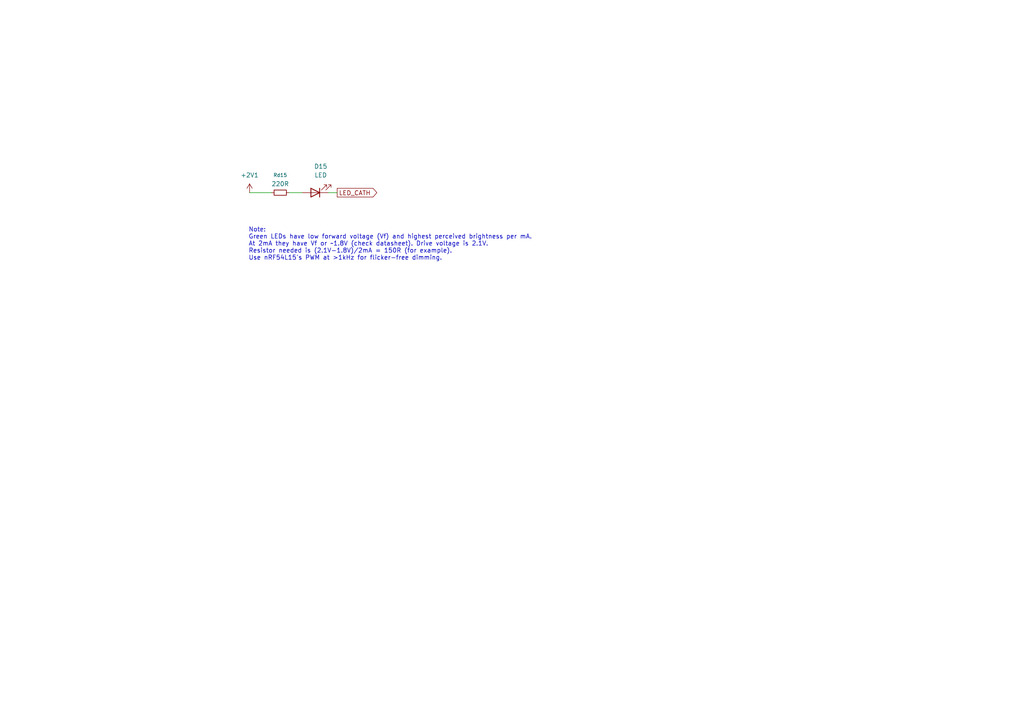
<source format=kicad_sch>
(kicad_sch (version 20250114) (generator "eeschema") (generator_version "9.0")
  (paper "A4")
  (lib_symbols
    (symbol "Device:LED" (pin_numbers (hide yes)) (pin_names (offset 1.016) (hide yes))
      (property "Reference" "D" (at 0 2.54 0))
      (property "Value" "LED" (at 0 -2.54 0))
      (symbol "LED_0_1"
        (polyline (pts (xy -3.048 -0.762) (xy -4.572 -2.286) (xy -3.81 -2.286) (xy -4.572 -2.286) (xy -4.572 -1.524)))
        (polyline (pts (xy -1.778 -0.762) (xy -3.302 -2.286) (xy -2.54 -2.286) (xy -3.302 -2.286) (xy -3.302 -1.524)))
        (polyline (pts (xy -1.27 0) (xy 1.27 0)))
        (polyline (pts (xy -1.27 -1.27) (xy -1.27 1.27)) (stroke (width 0.254)))
        (polyline (pts (xy 1.27 -1.27) (xy 1.27 1.27) (xy -1.27 0) (xy 1.27 -1.27)) (stroke (width 0.254)))
      )
      (symbol "LED_1_1"
        (pin passive line (at -3.81 0 0) (length 2.54) (name "K") (number "1"))
        (pin passive line (at 3.81 0 180) (length 2.54) (name "A") (number "2"))
      )
    )
    (symbol "Device:R_Small" (pin_numbers (hide yes)) (pin_names (offset 0.254) (hide yes))
      (property "Reference" "R" (at 0 0 90))
      (property "Value" "R_Small" (at 1.778 0 90))
      (symbol "R_Small_0_1"
        (rectangle (start -0.762 1.778) (end 0.762 -1.778) (stroke (width 0.2032)))
      )
      (symbol "R_Small_1_1"
        (pin passive line (at 0 2.54 270) (length 0.762) (name "~") (number "1"))
        (pin passive line (at 0 -2.54 90) (length 0.762) (name "~") (number "2"))
      )
    )
    (symbol "tmr-lib:+2V1" (power) (pin_numbers (hide yes)) (pin_names (offset 0) (hide yes))
      (property "Value" "+2V1" (at 0 3.556 0))
      (symbol "+2V1_0_1"
        (polyline (pts (xy -0.762 1.27) (xy 0 2.54)))
        (polyline (pts (xy 0 2.54) (xy 0.762 1.27)))
        (polyline (pts (xy 0 0) (xy 0 2.54)))
      )
      (symbol "+2V1_1_1"
        (pin power_in line (at 0 0 90) (length 0) (name "~") (number "1"))
      )
    )
  )
  (text_box "Note:\nGreen LEDs have low forward voltage (Vf) and highest perceived brightness per mA. \nAt 2mA they have Vf or ~1.8V (check datasheet). Drive voltage is 2.1V.\nResistor needed is (2.1V-1.8V)/2mA = 150R (for example).\nUse nRF54L15's PWM at >1kHz for flicker-free dimming." (at 71.12 64.77 0) (size 90.17 17.78) (margins 0.9525 0.9525 0.9525 0.9525) (stroke (width -0.0001)) (effects (font (size 1.27 1.27)) (justify left top)))
  (wire (pts (xy 95.25 55.88) (xy 97.79 55.88)))
  (wire (pts (xy 83.82 55.88) (xy 87.63 55.88)))
  (wire (pts (xy 72.39 55.88) (xy 78.74 55.88)))
  (global_label "LED_CATH" (shape output) (at 97.79 55.88 0) (property "Intersheetrefs" "${INTERSHEET_REFS}" (effects (hide yes))))
  (symbol (lib_id "tmr-lib:+2V1") (at 72.39 55.88 0) (unit 1)
    (property "Reference" "#PWR0106" (effects (hide yes)))
    (property "Value" "+2V1" (at 72.39 50.8 0))
    (property "Description" "Power symbol creates a global label with name \"+2V5\"" (effects (hide yes)))
    (instances (project "pcb" (path "" (reference "#PWR0206") (unit 1)) (path "" (reference "#PWR0240") (unit 1)) (path "" (reference "#PWR0249") (unit 1)) (path "" (reference "#PWR0216") (unit 1)) (path "" (reference "#PWR0199") (unit 1)) (path "" (reference "#PWR0213") (unit 1)) (path "" (reference "#PWR0207") (unit 1)) (path "" (reference "#PWR0227") (unit 1)) (path "" (reference "#PWR0205") (unit 1)) (path "" (reference "#PWR0196") (unit 1)) (path "" (reference "#PWR0252") (unit 1)) (path "" (reference "#PWR0233") (unit 1)) (path "" (reference "#PWR0237") (unit 1)) (path "" (reference "#PWR0230") (unit 1)) (path "" (reference "#PWR0250") (unit 1)) (path "" (reference "#PWR0210") (unit 1)) (path "" (reference "#PWR0255") (unit 1)) (path "" (reference "#PWR0202") (unit 1)) (path "" (reference "#PWR0244") (unit 1)) (path "" (reference "#PWR0217") (unit 1)) (path "" (reference "#PWR0201") (unit 1)) (path "" (reference "#PWR0232") (unit 1)) (path "" (reference "#PWR0261") (unit 1)) (path "" (reference "#PWR0239") (unit 1)) (path "" (reference "#PWR0258") (unit 1)) (path "" (reference "#PWR0208") (unit 1)) (path "" (reference "#PWR0248") (unit 1)) (path "" (reference "#PWR0200") (unit 1)) (path "" (reference "#PWR0215") (unit 1)) (path "" (reference "#PWR0256") (unit 1)) (path "" (reference "#PWR0218") (unit 1)) (path "" (reference "#PWR0236") (unit 1)) (path "" (reference "#PWR0245") (unit 1)) (path "" (reference "#PWR0247") (unit 1)) (path "" (reference "#PWR0221") (unit 1)) (path "" (reference "#PWR0260") (unit 1)) (path "" (reference "#PWR0251") (unit 1)) (path "" (reference "#PWR0229") (unit 1)) (path "" (reference "#PWR0106") (unit 1)) (path "" (reference "#PWR0212") (unit 1)) (path "" (reference "#PWR0197") (unit 1)) (path "" (reference "#PWR0231") (unit 1)) (path "" (reference "#PWR0243") (unit 1)) (path "" (reference "#PWR0195") (unit 1)) (path "" (reference "#PWR0259") (unit 1)) (path "" (reference "#PWR0223") (unit 1)) (path "" (reference "#PWR0167") (unit 1)) (path "" (reference "#PWR0253") (unit 1)) (path "" (reference "#PWR0238") (unit 1)) (path "" (reference "#PWR0225") (unit 1)) (path "" (reference "#PWR0209") (unit 1)) (path "" (reference "#PWR0234") (unit 1)) (path "" (reference "#PWR0246") (unit 1)) (path "" (reference "#PWR0263") (unit 1)) (path "" (reference "#PWR0211") (unit 1)) (path "" (reference "#PWR0235") (unit 1)) (path "" (reference "#PWR0198") (unit 1)) (path "" (reference "#PWR0254") (unit 1)) (path "" (reference "#PWR0224") (unit 1)) (path "" (reference "#PWR0220") (unit 1)) (path "" (reference "#PWR0262") (unit 1)) (path "" (reference "#PWR0242") (unit 1)) (path "" (reference "#PWR0222") (unit 1)) (path "" (reference "#PWR0241") (unit 1)) (path "" (reference "#PWR0204") (unit 1)) (path "" (reference "#PWR0203") (unit 1)) (path "" (reference "#PWR0226") (unit 1)) (path "" (reference "#PWR0214") (unit 1)) (path "" (reference "#PWR0257") (unit 1)) (path "" (reference "#PWR0228") (unit 1)) (path "" (reference "#PWR0192") (unit 1)) (path "" (reference "#PWR0219") (unit 1))))
  )
  (symbol (lib_id "Device:LED") (at 91.44 55.88 180) (unit 1)
    (property "Reference" "D1" (at 93.0275 48.26 0))
    (property "Value" "LED" (at 93.0275 50.8 0))
    (property "Footprint" "tmr-lib:LED_1206_3216Metric_ReverseMount_Hole2.1mm" (effects (hide yes)))
    (property "Description" "Light emitting diode" (effects (hide yes)))
    (property "Sim.Pins" "1=K 2=A" (effects (hide yes)))
    (instances (project "pcb" (path "" (reference "D15") (unit 1)) (path "" (reference "D49") (unit 1)) (path "" (reference "D58") (unit 1)) (path "" (reference "D25") (unit 1)) (path "" (reference "D8") (unit 1)) (path "" (reference "D22") (unit 1)) (path "" (reference "D16") (unit 1)) (path "" (reference "D36") (unit 1)) (path "" (reference "D14") (unit 1)) (path "" (reference "D5") (unit 1)) (path "" (reference "D61") (unit 1)) (path "" (reference "D42") (unit 1)) (path "" (reference "D46") (unit 1)) (path "" (reference "D39") (unit 1)) (path "" (reference "D59") (unit 1)) (path "" (reference "D19") (unit 1)) (path "" (reference "D64") (unit 1)) (path "" (reference "D11") (unit 1)) (path "" (reference "D53") (unit 1)) (path "" (reference "D26") (unit 1)) (path "" (reference "D10") (unit 1)) (path "" (reference "D41") (unit 1)) (path "" (reference "D70") (unit 1)) (path "" (reference "D48") (unit 1)) (path "" (reference "D67") (unit 1)) (path "" (reference "D17") (unit 1)) (path "" (reference "D57") (unit 1)) (path "" (reference "D9") (unit 1)) (path "" (reference "D24") (unit 1)) (path "" (reference "D65") (unit 1)) (path "" (reference "D27") (unit 1)) (path "" (reference "D45") (unit 1)) (path "" (reference "D54") (unit 1)) (path "" (reference "D56") (unit 1)) (path "" (reference "D30") (unit 1)) (path "" (reference "D69") (unit 1)) (path "" (reference "D60") (unit 1)) (path "" (reference "D38") (unit 1)) (path "" (reference "D1") (unit 1)) (path "" (reference "D21") (unit 1)) (path "" (reference "D6") (unit 1)) (path "" (reference "D40") (unit 1)) (path "" (reference "D52") (unit 1)) (path "" (reference "D4") (unit 1)) (path "" (reference "D68") (unit 1)) (path "" (reference "D32") (unit 1)) (path "" (reference "D2") (unit 1)) (path "" (reference "D62") (unit 1)) (path "" (reference "D47") (unit 1)) (path "" (reference "D34") (unit 1)) (path "" (reference "D18") (unit 1)) (path "" (reference "D43") (unit 1)) (path "" (reference "D55") (unit 1)) (path "" (reference "D72") (unit 1)) (path "" (reference "D20") (unit 1)) (path "" (reference "D44") (unit 1)) (path "" (reference "D7") (unit 1)) (path "" (reference "D63") (unit 1)) (path "" (reference "D33") (unit 1)) (path "" (reference "D29") (unit 1)) (path "" (reference "D71") (unit 1)) (path "" (reference "D51") (unit 1)) (path "" (reference "D31") (unit 1)) (path "" (reference "D50") (unit 1)) (path "" (reference "D13") (unit 1)) (path "" (reference "D12") (unit 1)) (path "" (reference "D35") (unit 1)) (path "" (reference "D23") (unit 1)) (path "" (reference "D66") (unit 1)) (path "" (reference "D37") (unit 1)) (path "" (reference "D3") (unit 1)) (path "" (reference "D28") (unit 1))))
  )
  (symbol (lib_id "Device:R_Small") (at 81.28 55.88 90) (unit 1)
    (property "Reference" "Rd1" (at 81.28 50.8 90) (effects (font (size 1.016 1.016))))
    (property "Value" "220R" (at 81.28 53.34 90))
    (property "Footprint" "tmr-lib:R_0402_1005Metric" (effects (hide yes)))
    (property "Description" "Resistor, small symbol" (effects (hide yes)))
    (instances (project "pcb" (path "" (reference "Rd15") (unit 1)) (path "" (reference "Rd49") (unit 1)) (path "" (reference "Rd58") (unit 1)) (path "" (reference "Rd25") (unit 1)) (path "" (reference "Rd8") (unit 1)) (path "" (reference "Rd22") (unit 1)) (path "" (reference "Rd16") (unit 1)) (path "" (reference "Rd36") (unit 1)) (path "" (reference "Rd14") (unit 1)) (path "" (reference "Rd5") (unit 1)) (path "" (reference "Rd61") (unit 1)) (path "" (reference "Rd42") (unit 1)) (path "" (reference "Rd46") (unit 1)) (path "" (reference "Rd39") (unit 1)) (path "" (reference "Rd59") (unit 1)) (path "" (reference "Rd19") (unit 1)) (path "" (reference "Rd64") (unit 1)) (path "" (reference "Rd11") (unit 1)) (path "" (reference "Rd53") (unit 1)) (path "" (reference "Rd26") (unit 1)) (path "" (reference "Rd10") (unit 1)) (path "" (reference "Rd41") (unit 1)) (path "" (reference "Rd70") (unit 1)) (path "" (reference "Rd48") (unit 1)) (path "" (reference "Rd67") (unit 1)) (path "" (reference "Rd17") (unit 1)) (path "" (reference "Rd57") (unit 1)) (path "" (reference "Rd9") (unit 1)) (path "" (reference "Rd24") (unit 1)) (path "" (reference "Rd65") (unit 1)) (path "" (reference "Rd27") (unit 1)) (path "" (reference "Rd45") (unit 1)) (path "" (reference "Rd54") (unit 1)) (path "" (reference "Rd56") (unit 1)) (path "" (reference "Rd30") (unit 1)) (path "" (reference "Rd69") (unit 1)) (path "" (reference "Rd60") (unit 1)) (path "" (reference "Rd38") (unit 1)) (path "" (reference "Rd1") (unit 1)) (path "" (reference "Rd21") (unit 1)) (path "" (reference "Rd6") (unit 1)) (path "" (reference "Rd40") (unit 1)) (path "" (reference "Rd52") (unit 1)) (path "" (reference "Rd4") (unit 1)) (path "" (reference "Rd68") (unit 1)) (path "" (reference "Rd32") (unit 1)) (path "" (reference "Rd2") (unit 1)) (path "" (reference "Rd62") (unit 1)) (path "" (reference "Rd47") (unit 1)) (path "" (reference "Rd34") (unit 1)) (path "" (reference "Rd18") (unit 1)) (path "" (reference "Rd43") (unit 1)) (path "" (reference "Rd55") (unit 1)) (path "" (reference "Rd72") (unit 1)) (path "" (reference "Rd20") (unit 1)) (path "" (reference "Rd44") (unit 1)) (path "" (reference "Rd7") (unit 1)) (path "" (reference "Rd63") (unit 1)) (path "" (reference "Rd33") (unit 1)) (path "" (reference "Rd29") (unit 1)) (path "" (reference "Rd71") (unit 1)) (path "" (reference "Rd51") (unit 1)) (path "" (reference "Rd31") (unit 1)) (path "" (reference "Rd50") (unit 1)) (path "" (reference "Rd13") (unit 1)) (path "" (reference "Rd12") (unit 1)) (path "" (reference "Rd35") (unit 1)) (path "" (reference "Rd23") (unit 1)) (path "" (reference "Rd66") (unit 1)) (path "" (reference "Rd37") (unit 1)) (path "" (reference "Rd3") (unit 1)) (path "" (reference "Rd28") (unit 1))))
  )
)
</source>
